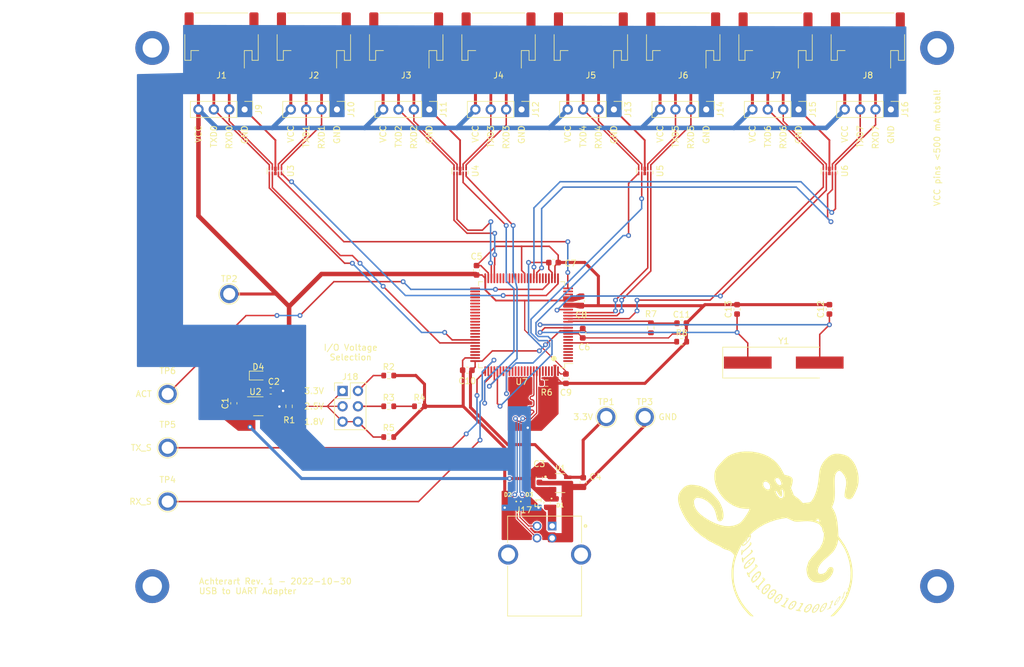
<source format=kicad_pcb>
(kicad_pcb (version 20211014) (generator pcbnew)
  (title_block (title "achterart PCB") (date "2022-10-30") (rev "1") (company "Pandu's Wares") (comment 4 "AISLER Project ID: SHKGQADP"))
  (layers (0 "F.Cu" signal) (31 "B.Cu" signal) (34 "B.Paste" user) (35 "F.Paste" user) (36 "B.SilkS" user "B.Silkscreen") (37 "F.SilkS" user "F.Silkscreen") (38 "B.Mask" user) (39 "F.Mask" user) (44 "Edge.Cuts" user))
  (net 0 "")
  (net 1 "/VCC_5V")
  (net 2 "/RXD0_C")
  (net 3 "/TXD0_C")
  (net 4 "/RXD1_C")
  (net 5 "/TXD1_C")
  (net 6 "/RXD2_C")
  (net 7 "/TXD2_C")
  (net 8 "/RXD3_C")
  (net 9 "/TXD3_C")
  (net 10 "/RXD4_C")
  (net 11 "/TXD4_C")
  (net 12 "/RXD5_C")
  (net 13 "/TXD5_C")
  (net 14 "/TXD6_C")
  (net 15 "/TXD7_C")
  (net 17 "/TXD0")
  (net 18 "/RXD0")
  (net 19 "/TXD1")
  (net 20 "/RXD1")
  (net 21 "/TXD2")
  (net 22 "/RXD2")
  (net 23 "/TXD3")
  (net 24 "/RXD3")
  (net 25 "/TXD4")
  (net 26 "/RXD4")
  (net 27 "/TXD5")
  (net 28 "/RXD5")
  (net 29 "/TXD6")
  (net 30 "/RXD6")
  (net 31 "/TXD7")
  (net 32 "/RXD7")
  (net 33 "/RXD7_C")
  (net 34 "/RXD6_C")
  (net 36 "Net-(J18-Pad2)")
  (net 37 "Net-(J18-Pad4)")
  (net 38 "/CH348L Sheet/RESET")
  (net 39 "Net-(R3-Pad2)")
  (net 40 "/FB")
  (net 41 "GND")
  (net 42 "VCC_IO")
  (net 43 "VCC_3V3")
  (net 44 "/USB_D-")
  (net 45 "/USB_D+")
  (net 52 "Net-(R6-Pad1)")
  (net 55 "Net-(R8-Pad1)")
  (net 56 "/CH348L Sheet/XI")
  (net 57 "/CH348L Sheet/XO")
  (net 109 "/VBUS")
  (net 110 "/CH348L Sheet/RX_S")
  (net 111 "/CH348L Sheet/TX_S")
  (net 112 "/CH348L Sheet/ACT")
  (footprint "TestPoint:TestPoint_Plated_Hole_D2.0mm" (layer "F.Cu") (at 66.04 143.51 90)
    (fp_text reference "TP4")
    (fp_text value "TestPoint")
  )
  (footprint "Capacitor_SMD:C_0603_1608Metric" (layer "F.Cu") (at 175.26 111.76 90)
    (fp_text reference "C12")
    (fp_text value "22pF")
  )
  (footprint "ESD321DPYR:DIO_TPD1E05U06DPYR" (layer "F.Cu") (at 130.802 143.002)
    (fp_text reference locked "D1")
    (fp_text value "TPD1E10B06DPYR")
  )
  (footprint "Connector_PinHeader_2.54mm:PinHeader_1x04_P2.54mm_Vertical" (layer "F.Cu") (at 124.45 78.74 -90)
    (fp_text reference "J12")
    (fp_text value "PH1-04-UA")
  )
  (footprint "Connector_JST:JST_PH_S4B-PH-SM4-TB_1x04-1MP_P2.00mm_Horizontal" (layer "F.Cu") (at 105.41 67.31 180)
    (fp_text reference "J3")
    (fp_text value "S4B-PH-SM4-TB(LF)(SN)")
  )
  (footprint "Capacitor_SMD:C_0603_1608Metric" (layer "F.Cu") (at 131.771 123.206 90)
    (fp_text reference "C9")
    (fp_text value "0.1µF")
  )
  (footprint "Capacitor_SMD:C_0603_1608Metric" (layer "F.Cu") (at 115.496 121.812)
    (fp_text reference "C10")
    (fp_text value "0.1µF")
  )
  (footprint "Capacitor_SMD:C_0603_1608Metric" (layer "F.Cu") (at 134.62 140.335 -90)
    (fp_text reference "C4")
    (fp_text value "10µF")
  )
  (footprint "Connector_PinHeader_2.54mm:PinHeader_1x04_P2.54mm_Vertical" (layer "F.Cu") (at 139.69 78.74 -90)
    (fp_text reference "J13")
    (fp_text value "PH1-04-UA")
  )
  (footprint "TestPoint:TestPoint_Plated_Hole_D2.0mm" (layer "F.Cu") (at 76.2 109.22)
    (fp_text reference "TP2")
    (fp_text value "TestPoint")
  )
  (footprint "MountingHole:MountingHole_3.2mm_M3_DIN965_Pad" (layer "F.Cu") (at 193.04 157.48)
    (fp_text reference "REF**" hide)
    (fp_text value "MountingHole_3.2mm_M3_DIN965_Pad")
  )
  (footprint "ESD321DPYR:DIO_TPD1E05U06DPYR" (layer "F.Cu") (at 122.174 143.495751 180)
    (fp_text reference "D2")
    (fp_text value "ESD321DPYR")
  )
  (footprint "Connector_JST:JST_PH_S4B-PH-SM4-TB_1x04-1MP_P2.00mm_Horizontal" (layer "F.Cu") (at 74.93 67.31 180)
    (fp_text reference "J1")
    (fp_text value "S4B-PH-SM4-TB(LF)(SN)")
  )
  (footprint "Capacitor_SMD:C_0603_1608Metric" (layer "F.Cu") (at 134.546 115.703 90)
    (fp_text reference "C6")
    (fp_text value "0.1µF")
  )
  (footprint "Connector_JST:JST_PH_S4B-PH-SM4-TB_1x04-1MP_P2.00mm_Horizontal" (layer "F.Cu") (at 181.61 67.31 180)
    (fp_text reference "J8")
    (fp_text value "S4B-PH-SM4-TB(LF)(SN)")
  )
  (footprint "Capacitor_SMD:C_0603_1608Metric" (layer "F.Cu") (at 150.876 114.046)
    (fp_text reference "C11")
    (fp_text value "0.1µF")
  )
  (footprint "Connector_PinHeader_2.54mm:PinHeader_1x04_P2.54mm_Vertical" (layer "F.Cu") (at 93.98 78.74 -90)
    (fp_text reference "J10")
    (fp_text value "PH1-04-UA")
  )
  (footprint "Diode_SMD:D_0603_1608Metric" (layer "F.Cu") (at 81 122.692)
    (fp_text reference "D4")
    (fp_text value "CD0603-B0340R")
  )
  (footprint "Capacitor_SMD:C_0603_1608Metric" (layer "F.Cu") (at 129.72 104.032 180)
    (fp_text reference "C7")
    (fp_text value "0.1µF")
  )
  (footprint "Resistor_SMD:R_0603_1608Metric" (layer "F.Cu") (at 128.587 123.952)
    (fp_text reference "R6")
    (fp_text value "4.7k")
  )
  (footprint "ESD321DPYR:DIO_TPD1E05U06DPYR" (layer "F.Cu") (at 125.73 143.495751)
    (fp_text reference "D3")
    (fp_text value "ESD321DPYR")
  )
  (footprint "Connector_JST:JST_PH_S4B-PH-SM4-TB_1x04-1MP_P2.00mm_Horizontal" (layer "F.Cu") (at 151.13 67.31 180)
    (fp_text reference "J6")
    (fp_text value "S4B-PH-SM4-TB(LF)(SN)")
  )
  (footprint "Package_DFN_QFN:Diodes_UDFN-10_1.0x2.5mm_P0.5mm" (layer "F.Cu") (at 83.82 88.9 -90)
    (fp_text reference "U3")
    (fp_text value "ESD224DQA")
  )
  (footprint "Resistor_SMD:R_0603_1608Metric" (layer "F.Cu") (at 102.527 122.692)
    (fp_text reference "R2")
    (fp_text value "3.65k")
  )
  (footprint "TestPoint:TestPoint_Plated_Hole_D2.0mm" (layer "F.Cu") (at 66.04 134.62 90)
    (fp_text reference "TP5")
    (fp_text value "TestPoint")
  )
  (footprint "TestPoint:TestPoint_Plated_Hole_D2.0mm" (layer "F.Cu") (at 66.04 125.73 90)
    (fp_text reference "TP6")
    (fp_text value "TestPoint")
  )
  (footprint "Connector_JST:JST_PH_S4B-PH-SM4-TB_1x04-1MP_P2.00mm_Horizontal" (layer "F.Cu") (at 135.89 67.31 180)
    (fp_text reference "J5")
    (fp_text value "S4B-PH-SM4-TB(LF)(SN)")
  )
  (footprint "Resistor_SMD:R_0603_1608Metric" (layer "F.Cu") (at 102.527 132.852)
    (fp_text reference "R5")
    (fp_text value "4.42k")
  )
  (footprint "UJ2-BH-1-TH:CUI_UJ2-BH-1-TH" (layer "F.Cu") (at 129.50075 147.543751)
    (fp_text reference "J17")
    (fp_text value "UJ2-BH-1-TH")
  )
  (footprint "Package_DFN_QFN:Diodes_UDFN-10_1.0x2.5mm_P0.5mm" (layer "F.Cu") (at 144.78 88.9 -90)
    (fp_text reference "U5")
    (fp_text value "ESD224DQA")
  )
  (footprint "Resistor_SMD:R_0603_1608Metric" (layer "F.Cu") (at 150.876 117.094)
    (fp_text reference "R8")
    (fp_text value "4.7k")
  )
  (footprint "Connector_JST:JST_PH_S4B-PH-SM4-TB_1x04-1MP_P2.00mm_Horizontal" (layer "F.Cu") (at 166.37 67.31 180)
    (fp_text reference "J7")
    (fp_text value "S4B-PH-SM4-TB(LF)(SN)")
  )
  (footprint "Fuse:Fuse_0603_1608Metric" (layer "F.Cu") (at 128.651 143.6625 90)
    (fp_text reference "F1")
    (fp_text value "MF-FSML050/8-2")
  )
  (footprint "Resistor_SMD:R_0603_1608Metric" (layer "F.Cu") (at 86.08 127.772 -90)
    (fp_text reference "R1")
    (fp_text value "10k")
  )
  (footprint "MountingHole:MountingHole_3.2mm_M3_DIN965_Pad" (layer "F.Cu") (at 193.04 68.58)
    (fp_text reference "REF**" hide)
    (fp_text value "MountingHole_3.2mm_M3_DIN965_Pad")
  )
  (footprint "Package_DFN_QFN:Diodes_UDFN-10_1.0x2.5mm_P0.5mm" (layer "F.Cu") (at 175.26 88.9 -90)
    (fp_text reference "U6")
    (fp_text value "ESD224DQA")
  )
  (footprint "Resistor_SMD:R_0603_1608Metric" (layer "F.Cu") (at 107.607 127.772)
    (fp_text reference "R4")
    (fp_text value "390")
  )
  (footprint "Connector_JST:JST_PH_S4B-PH-SM4-TB_1x04-1MP_P2.00mm_Horizontal" (layer "F.Cu") (at 90.17 67.31 180)
    (fp_text reference "J2")
    (fp_text value "S4B-PH-SM4-TB(LF)(SN)")
  )
  (footprint "Resistor_SMD:R_0603_1608Metric" (layer "F.Cu") (at 145.796 114.808 90)
    (fp_text reference "R7")
    (fp_text value "4.7k")
  )
  (footprint "MountingHole:MountingHole_3.2mm_M3_DIN965_Pad" (layer "F.Cu") (at 63.5 68.58)
    (fp_text reference "REF**" hide)
    (fp_text value "MountingHole_3.2mm_M3_DIN965_Pad")
  )
  (footprint "Capacitor_SMD:C_0603_1608Metric" (layer "F.Cu") (at 127.381 139.573 -90)
    (fp_text reference "C3")
    (fp_text value "10µF")
  )
  (footprint "Package_TO_SOT_SMD:SOT-23-5" (layer "F.Cu") (at 81 127.772)
    (fp_text reference "U2")
    (fp_text value "TLV75801PDBVT")
  )
  (footprint "LOGO" (layer "F.Cu") (at 166.936248 144.934824)
    (fp_text reference "G***" hide)
    (fp_text value "LOGO" hide)
  )
  (footprint "Capacitor_SMD:C_0603_1608Metric" (layer "F.Cu") (at 83.045 125.232 180)
    (fp_text reference "C2")
    (fp_text value "10µF")
  )
  (footprint "Capacitor_SMD:C_0603_1608Metric" (layer "F.Cu") (at 117.02 105.302 -90)
    (fp_text reference "C5")
    (fp_text value "0.1µF")
  )
  (footprint "Connector_PinHeader_2.54mm:PinHeader_1x04_P2.54mm_Vertical" (layer "F.Cu") (at 185.41 78.74 -90)
    (fp_text reference "J16")
    (fp_text value "PH1-04-UA")
  )
  (footprint "Crystal:Crystal_SMD_HC49-SD_HandSoldering" (layer "F.Cu") (at 167.724 120.55)
    (fp_text reference "Y1")
    (fp_text value "8MHz")
  )
  (footprint "Package_QFP:LQFP-100_14x14mm_P0.5mm" (layer "F.Cu") (at 124.46 114.3 180)
    (fp_text reference "U7")
    (fp_text value "CH348L")
  )
  (footprint "TestPoint:TestPoint_Plated_Hole_D2.0mm" (layer "F.Cu") (at 144.78 129.54)
    (fp_text reference "TP3")
    (fp_text value "TestPoint")
  )
  (footprint "MountingHole:MountingHole_3.2mm_M3_DIN965_Pad" (layer "F.Cu") (at 63.5 157.48)
    (fp_text reference "REF**" hide)
    (fp_text value "MountingHole_3.2mm_M3_DIN965_Pad")
  )
  (footprint "Connector_PinHeader_2.54mm:PinHeader_1x04_P2.54mm_Vertical" (layer "F.Cu") (at 109.22 78.74 -90)
    (fp_text reference "J11")
    (fp_text value "PH1-04-UA")
  )
  (footprint "Package_DFN_QFN:Diodes_UDFN-10_1.0x2.5mm_P0.5mm" (layer "F.Cu") (at 114.3 88.9 -90)
    (fp_text reference "U4")
    (fp_text value "ESD224DQA")
  )
  (footprint "Connector_PinHeader_2.54mm:PinHeader_1x04_P2.54mm_Vertical" (layer "F.Cu") (at 154.93 78.74 -90)
    (fp_text reference "J14")
    (fp_text value "PH1-04-UA")
  )
  (footprint "TestPoint:TestPoint_Plated_Hole_D2.0mm" (layer "F.Cu") (at 138.43 129.54)
    (fp_text reference "TP1")
    (fp_text value "TestPoint")
  )
  (footprint "TLV74033PDBVR:SOT95P280X145-5N" (layer "F.Cu") (at 130.81 140.447751)
    (fp_text reference "U1")
    (fp_text value "TLV74033PDBVR")
  )
  (footprint "Resistor_SMD:R_0603_1608Metric" (layer "F.Cu") (at 102.527 127.772)
    (fp_text reference "R3")
    (fp_text value "7.5k")
  )
  (footprint "Connector_PinHeader_2.54mm:PinHeader_1x04_P2.54mm_Vertical" (layer "F.Cu") (at 170.17 78.74 -90)
    (fp_text reference "J15")
    (fp_text value "PH1-04-UA")
  )
  (footprint "Capacitor_SMD:C_0603_1608Metric" (layer "F.Cu") (at 134.292 110.382 90)
    (fp_text reference "C8")
    (fp_text value "0.1µF")
  )
  (footprint "Connector_JST:JST_PH_S4B-PH-SM4-TB_1x04-1MP_P2.00mm_Horizontal" (layer "F.Cu") (at 120.65 67.31 180)
    (fp_text reference "J4")
    (fp_text value "S4B-PH-SM4-TB(LF)(SN)")
  )
  (footprint "Capacitor_SMD:C_0603_1608Metric" (layer "F.Cu") (at 160.02 111.76 90)
    (fp_text reference "C13")
    (fp_text value "22pF")
  )
  (footprint "Connector_PinHeader_2.54mm:PinHeader_1x04_P2.54mm_Vertical" (layer "F.Cu") (at 78.74 78.74 -90)
    (fp_text reference "J9")
    (fp_text value "PH1-04-UA")
  )
  (footprint "Connector_PinHeader_2.54mm:PinHeader_2x03_P2.54mm_Vertical" (layer "F.Cu") (at 94.907 125.232)
    (fp_text reference "J18")
    (fp_text value "PH2-06-UA")
  )
  (footprint "Capacitor_SMD:C_0603_1608Metric" (layer "F.Cu") (at 76.962 127.277 90)
    (fp_text reference "C1")
    (fp_text value "10µF")
  )
  (gr_circle (center 129.794 119.888) (end 130.15321 119.888) (layer "F.SilkS") (width 0.15) (fill solid))
  (gr_rect (start 58.42 62.23) (end 198.12 162.56) (layer "Edge.Cuts") (width 0.0001) (fill none))
  (gr_text "1.8V" (at 91.922 130.312) (layer "F.SilkS") (effects (font (size 1 1)) (justify right)))
  (gr_text "VCC" (at 132.08 81.28 90) (layer "F.SilkS") (effects (font (size 1 1)) (justify right)))
  (gr_text "RXD2" (at 106.68 81.28 90) (layer "F.SilkS") (effects (font (size 1 1)) (justify right)))
  (gr_text "VCC" (at 177.8 81.28 90) (layer "F.SilkS") (effects (font (size 1 1)) (justify right)))
  (gr_text "RXD0" (at 76.2 81.28 90) (layer "F.SilkS") (effects (font (size 1 1)) (justify right)))
  (gr_text "GND" (at 154.94 81.28 90) (layer "F.SilkS") (effects (font (size 1 1)) (justify right)))
  (gr_text "GND" (at 185.42 81.28 90) (layer "F.SilkS") (effects (font (size 1 1)) (justify right)))
  (gr_text "RXD1" (at 91.44 81.28 90) (layer "F.SilkS") (effects (font (size 1 1)) (justify right)))
  (gr_text "VCC" (at 86.36 81.28 90) (layer "F.SilkS") (effects (font (size 1 1)) (justify right)))
  (gr_text "VCC" (at 147.32 81.28 90) (layer "F.SilkS") (effects (font (size 1 1)) (justify right)))
  (gr_text "RXD5" (at 152.4 81.28 90) (layer "F.SilkS") (effects (font (size 1 1)) (justify right)))
  (gr_text "VCC" (at 162.56 81.28 90) (layer "F.SilkS") (effects (font (size 1 1)) (justify right)))
  (gr_text "GND" (at 93.98 81.28 90) (layer "F.SilkS") (effects (font (size 1 1)) (justify right)))
  (gr_text "TXD6" (at 165.1 81.28 90) (layer "F.SilkS") (effects (font (size 1 1)) (justify right)))
  (gr_text "RXD7" (at 182.88 81.28 90) (layer "F.SilkS") (effects (font (size 1 1)) (justify right)))
  (gr_text "GND" (at 109.22 81.28 90) (layer "F.SilkS") (effects (font (size 1 1)) (justify right)))
  (gr_text "GND" (at 124.46 81.28 90) (layer "F.SilkS") (effects (font (size 1 1)) (justify right)))
  (gr_text "TXD7" (at 180.34 81.28 90) (layer "F.SilkS") (effects (font (size 1 1)) (justify right)))
  (gr_text "VCC" (at 101.6 81.28 90) (layer "F.SilkS") (effects (font (size 1 1)) (justify right)))
  (gr_text "Achterart Rev. ${REVISION} - ${ISSUE_DATE}\nUSB to UART Adapter" (at 71.12 157.48) (layer "F.SilkS") (effects (font (size 1 1)) (justify left)))
  (gr_text "VCC" (at 71.12 81.28 90) (layer "F.SilkS") (effects (font (size 1 1)) (justify right)))
  (gr_text "TXD5" (at 149.86 81.28 90) (layer "F.SilkS") (effects (font (size 1 1)) (justify right)))
  (gr_text "ACT" (at 63.5 125.73) (layer "F.SilkS") (effects (font (size 1 1)) (justify right)))
  (gr_text "VCC pins <500 mA total!" (at 193.04 85.09 90) (layer "F.SilkS") (effects (font (size 1 1))))
  (gr_text "I/O Voltage\nSelection" (at 96.24 118.872) (layer "F.SilkS") (effects (font (size 1 1))))
  (gr_text "GND" (at 170.18 81.28 90) (layer "F.SilkS") (effects (font (size 1 1)) (justify right)))
  (gr_text "RXD3" (at 121.92 81.28 90) (layer "F.SilkS") (effects (font (size 1 1)) (justify right)))
  (gr_text "TXD3" (at 119.38 81.28 90) (layer "F.SilkS") (effects (font (size 1 1)) (justify right)))
  (gr_text "GND" (at 139.7 81.28 90) (layer "F.SilkS") (effects (font (size 1 1)) (justify right)))
  (gr_text "RXD4" (at 137.16 81.28 90) (layer "F.SilkS") (effects (font (size 1 1)) (justify right)))
  (gr_text "VCC" (at 116.84 81.28 90) (layer "F.SilkS") (effects (font (size 1 1)) (justify right)))
  (gr_text "GND" (at 148.59 129.54) (layer "F.SilkS") (effects (font (size 1 1))))
  (gr_text "3.3V" (at 91.922 125.232) (layer "F.SilkS") (effects (font (size 1 1)) (justify right)))
  (gr_text "TXD0" (at 73.66 81.28 90) (layer "F.SilkS") (effects (font (size 1 1)) (justify right)))
  (gr_text "RX_S" (at 63.5 143.51) (layer "F.SilkS") (effects (font (size 1 1)) (justify right)))
  (gr_text "2.5V" (at 91.922 127.772) (layer "F.SilkS") (effects (font (size 1 1)) (justify right)))
  (gr_text "RXD6" (at 167.64 81.28 90) (layer "F.SilkS") (effects (font (size 1 1)) (justify right)))
  (gr_text "TXD4" (at 134.62 81.28 90) (layer "F.SilkS") (effects (font (size 1 1)) (justify right)))
  (gr_text "TXD1" (at 88.9 81.28 90) (layer "F.SilkS") (effects (font (size 1 1)) (justify right)))
  (gr_text "GND" (at 78.74 81.28 90) (layer "F.SilkS") (effects (font (size 1 1)) (justify right)))
  (gr_text "TX_S" (at 63.5 134.62) (layer "F.SilkS") (effects (font (size 1 1)) (justify right)))
  (gr_text "3.3V" (at 134.62 129.54) (layer "F.SilkS") (effects (font (size 1 1))))
  (gr_text "TXD2" (at 104.14 81.28 90) (layer "F.SilkS") (effects (font (size 1 1)) (justify right)))
  (segment (start 122.4735 139.7) (end 126.238 139.7) (width 0.5) (layer "F.Cu") (net 1))
  (segment (start 77.002 126.822) (end 76.682 126.502) (width 0.5) (layer "F.Cu") (net 1))
  (via (at 79.629 131.191) (size 0.8) (drill 0.4) (layers "F.Cu" "B.Cu") (net 1))
  (via (at 122.4735 139.7) (size 0.8) (drill 0.4) (layers "F.Cu" "B.Cu") (net 1))
  (segment (start 122.4735 139.7) (end 88.138 139.7) (width 0.5) (layer "B.Cu") (net 1))
  (segment (start 88.138 139.7) (end 79.629 131.191) (width 0.5) (layer "B.Cu") (net 1))
  (segment (start 83.32 88.5125) (end 83.32 87.7904) (width 0.25) (layer "F.Cu") (net 2))
  (segment (start 76.2 80.6704) (end 76.2 78.74) (width 0.25) (layer "F.Cu") (net 2))
  (segment (start 76.2 78.74) (end 76.2 70.43) (width 0.45) (layer "F.Cu") (net 2))
  (segment (start 83.32 87.7904) (end 76.2 80.6704) (width 0.25) (layer "F.Cu") (net 2))
  (segment (start 76.2 70.43) (end 75.93 70.16) (width 0.45) (layer "F.Cu") (net 2))
  (segment (start 82.82 88.5125) (end 82.82 87.9) (width 0.25) (layer "F.Cu") (net 3))
  (segment (start 73.66 78.74) (end 73.66 70.43) (width 0.45) (layer "F.Cu") (net 3))
  (segment (start 82.82 87.9) (end 73.66 78.74) (width 0.25) (layer "F.Cu") (net 3))
  (segment (start 73.66 70.43) (end 73.93 70.16) (width 0.45) (layer "F.Cu") (net 3))
  (segment (start 91.44 81.28) (end 91.44 78.74) (width 0.25) (layer "F.Cu") (net 4))
  (segment (start 84.82 88.5125) (end 84.82 87.9) (width 0.25) (layer "F.Cu") (net 4))
  (segment (start 91.44 70.505) (end 91.17 70.235) (width 0.45) (layer "F.Cu") (net 4))
  (segment (start 91.44 78.815) (end 91.44 70.505) (width 0.45) (layer "F.Cu") (net 4))
  (segment (start 84.82 87.9) (end 91.44 81.28) (width 0.25) (layer "F.Cu") (net 4))
  (segment (start 84.32 87.765) (end 88.9 83.185) (width 0.25) (layer "F.Cu") (net 5))
  (segment (start 88.9 83.185) (end 88.9 78.74) (width 0.25) (layer "F.Cu") (net 5))
  (segment (start 88.9 70.505) (end 89.17 70.235) (width 0.45) (layer "F.Cu") (net 5))
  (segment (start 88.9 78.815) (end 88.9 70.505) (width 0.45) (layer "F.Cu") (net 5))
  (segment (start 84.32 88.5125) (end 84.32 87.765) (width 0.25) (layer "F.Cu") (net 5))
  (segment (start 106.68 78.815) (end 106.68 70.505) (width 0.45) (layer "F.Cu") (net 6))
  (segment (start 113.8 87.7904) (end 106.68 80.6704) (width 0.25) (layer "F.Cu") (net 6))
  (segment (start 113.8 88.5125) (end 113.8 87.7904) (width 0.25) (layer "F.Cu") (net 6))
  (segment (start 106.68 70.505) (end 106.41 70.235) (width 0.45) (layer "F.Cu") (net 6))
  (segment (start 106.68 80.6704) (end 106.68 78.74) (width 0.25) (layer "F.Cu") (net 6))
  (segment (start 113.3 87.9) (end 104.14 78.74) (width 0.25) (layer "F.Cu") (net 7))
  (segment (start 113.3 88.5125) (end 113.3 87.9) (width 0.25) (layer "F.Cu") (net 7))
  (segment (start 104.14 70.505) (end 104.41 70.235) (width 0.45) (layer "F.Cu") (net 7))
  (segment (start 104.14 78.815) (end 104.14 70.505) (width 0.45) (layer "F.Cu") (net 7))
  (segment (start 121.92 81.28) (end 121.92 78.74) (width 0.25) (layer "F.Cu") (net 8))
  (segment (start 115.3 87.9) (end 121.92 81.28) (width 0.25) (layer "F.Cu") (net 8))
  (segment (start 115.3 88.5125) (end 115.3 87.9) (width 0.25) (layer "F.Cu") (net 8))
  (segment (start 121.92 70.505) (end 121.65 70.235) (width 0.45) (layer "F.Cu") (net 8))
  (segment (start 121.92 78.815) (end 121.92 70.505) (width 0.45) (layer "F.Cu") (net 8))
  (segment (start 114.8 88.5125) (end 114.8 87.765) (width 0.25) (layer "F.Cu") (net 9))
  (segment (start 119.38 70.505) (end 119.65 70.235) (width 0.45) (layer "F.Cu") (net 9))
  (segment (start 114.8 87.765) (end 119.38 83.185) (width 0.25) (layer "F.Cu") (net 9))
  (segment (start 119.38 78.815) (end 119.38 70.505) (width 0.45) (layer "F.Cu") (net 9))
  (segment (start 119.38 83.185) (end 119.38 78.74) (width 0.25) (layer "F.Cu") (net 9))
  (segment (start 137.16 78.815) (end 137.16 70.505) (width 0.45) (layer "F.Cu") (net 10))
  (segment (start 144.28 87.7904) (end 137.16 80.6704) (width 0.25) (layer "F.Cu") (net 10))
  (segment (start 137.16 80.6704) (end 137.16 78.74) (width 0.25) (layer "F.Cu") (net 10))
  (segment (start 144.28 88.5125) (end 144.28 87.7904) (width 0.25) (layer "F.Cu") (net 10))
  (segment (start 137.16 70.505) (end 136.89 70.235) (width 0.45) (layer "F.Cu") (net 10))
  (segment (start 134.62 78.815) (end 134.62 70.505) (width 0.45) (layer "F.Cu") (net 11))
  (segment (start 143.78 87.9) (end 134.62 78.74) (width 0.25) (layer "F.Cu") (net 11))
  (segment (start 134.62 70.505) (end 134.89 70.235) (width 0.45) (layer "F.Cu") (net 11))
  (segment (start 143.78 88.5125) (end 143.78 87.9) (width 0.25) (layer "F.Cu") (net 11))
  (segment (start 152.4 81.28) (end 152.4 78.74) (width 0.25) (layer "F.Cu") (net 12))
  (segment (start 152.39 78.74) (end 152.39 70.43) (width 0.45) (layer "F.Cu") (net 12))
  (segment (start 145.78 88.5125) (end 145.78 87.9) (width 0.25) (layer "F.Cu") (net 12))
  (segment (start 145.78 87.9) (end 152.4 81.28) (width 0.25) (layer "F.Cu") (net 12))
  (segment (start 152.39 70.43) (end 152.12 70.16) (width 0.45) (layer "F.Cu") (net 12))
  (segment (start 149.86 83.185) (end 149.86 78.74) (width 0.25) (layer "F.Cu") (net 13))
  (segment (start 149.85 78.74) (end 149.85 70.43) (width 0.45) (layer "F.Cu") (net 13))
  (segment (start 145.28 87.765) (end 149.86 83.185) (width 0.25) (layer "F.Cu") (net 13))
  (segment (start 145.28 88.5125) (end 145.28 87.765) (width 0.25) (layer "F.Cu") (net 13))
  (segment (start 149.85 70.43) (end 150.12 70.16) (width 0.45) (layer "F.Cu") (net 13))
  (segment (start 165.09 78.74) (end 165.09 70.43) (width 0.45) (layer "F.Cu") (net 14))
  (segment (start 165.09 70.43) (end 165.36 70.16) (width 0.45) (layer "F.Cu") (net 14))
  (segment (start 174.26 87.9) (end 165.1 78.74) (width 0.25) (layer "F.Cu") (net 14))
  (segment (start 174.26 88.5125) (end 174.26 87.9) (width 0.25) (layer "F.Cu") (net 14))
  (segment (start 175.76 88.5125) (end 175.76 87.765) (width 0.25) (layer "F.Cu") (net 15))
  (segment (start 175.76 87.765) (end 180.34 83.185) (width 0.25) (layer "F.Cu") (net 15))
  (segment (start 180.33 78.74) (end 180.33 70.43) (width 0.45) (layer "F.Cu") (net 15))
  (segment (start 180.33 70.43) (end 180.6 70.16) (width 0.45) (layer "F.Cu") (net 15))
  (segment (start 180.34 83.185) (end 180.34 78.74) (width 0.25) (layer "F.Cu") (net 15))
  (segment (start 112.99 116.8) (end 116.785 116.8) (width 0.25) (layer "F.Cu") (net 17))
  (segment (start 82.82 89.2875) (end 82.82 91.71) (width 0.25) (layer "F.Cu") (net 17))
  (segment (start 82.82 91.71) (end 95.25 104.14) (width 0.25) (layer "F.Cu") (net 17))
  (segment (start 95.25 104.14) (end 96.52 104.14) (width 0.25) (layer "F.Cu") (net 17))
  (segment (start 111.76 115.57) (end 112.99 116.8) (width 0.25) (layer "F.Cu") (net 17))
  (via (at 111.76 115.57) (size 0.8) (drill 0.4) (layers "F.Cu" "B.Cu") (net 17))
  (via (at 96.52 104.14) (size 0.8) (drill 0.4) (layers "F.Cu" "B.Cu") (net 17))
  (segment (start 107.95 115.57) (end 111.76 115.57) (width 0.25) (layer "B.Cu") (net 17))
  (segment (start 96.52 104.14) (end 107.95 115.57) (width 0.25) (layer "B.Cu") (net 17))
  (segment (start 110.95 117.3) (end 116.785 117.3) (width 0.25) (layer "F.Cu") (net 18))
  (segment (start 83.32 89.2875) (end 83.32 91.644314) (width 0.25) (layer "F.Cu") (net 18))
  (segment (start 94.545686 102.87) (end 96.52 102.87) (width 0.25) (layer "F.Cu") (net 18))
  (segment (start 83.32 91.644314) (end 94.545686 102.87) (width 0.25) (layer "F.Cu") (net 18))
  (segment (start 96.52 102.87) (end 97.79 104.14) (width 0.25) (layer "F.Cu") (net 18))
  (segment (start 101.6 107.95) (end 110.95 117.3) (width 0.25) (layer "F.Cu") (net 18))
  (via (at 101.6 107.95) (size 0.8) (drill 0.4) (layers "F.Cu" "B.Cu") (net 18))
  (via (at 97.79 104.14) (size 0.8) (drill 0.4) (layers "F.Cu" "B.Cu") (net 18))
  (segment (start 101.6 107.95) (end 97.79 104.14) (width 0.25) (layer "B.Cu") (net 18))
  (segment (start 84.32 89.2875) (end 84.32 89.781) (width 0.25) (layer "F.Cu") (net 19))
  (segment (start 84.32 89.781) (end 91.059 96.52) (width 0.25) (layer "F.Cu") (net 19))
  (segment (start 95.123 100.584) (end 132.08 100.584) (width 0.25) (layer "F.Cu") (net 19))
  (segment (start 132.08 105.664) (end 132.08 108.245) (width 0.25) (layer "F.Cu") (net 19))
  (segment (start 132.08 108.245) (end 132.135 108.3) (width 0.25) (layer "F.Cu") (net 19))
  (segment (start 91.059 96.52) (end 95.123 100.584) (width 0.25) (layer "F.Cu") (net 19))
  (via (at 132.08 105.664) (size 0.8) (drill 0.4) (layers "F.Cu" "B.Cu") (net 19))
  (via (at 132.08 100.584) (size 0.8) (drill 0.4) (layers "F.Cu" "B.Cu") (net 19))
  (segment (start 132.08 100.584) (end 132.08 105.664) (width 0.25) (layer "B.Cu") (net 19))
  (segment (start 86.487 90.678) (end 86.2105 90.678) (width 0.25) (layer "F.Cu") (net 20))
  (segment (start 130.46 107.538) (end 130.46 106.625) (width 0.25) (layer "F.Cu") (net 20))
  (segment (start 128.524 109.474) (end 130.46 107.538) (width 0.25) (layer "F.Cu") (net 20))
  (segment (start 86.2105 90.678) (end 84.82 89.2875) (width 0.25) (layer "F.Cu") (net 20))
  (segment (start 121.412 109.474) (end 128.524 109.474) (width 0.25) (layer "F.Cu") (net 20))
  (via (at 121.412 109.474) (size 0.8) (drill 0.4) (layers "F.Cu" "B.Cu") (net 20))
  (via (at 86.487 90.678) (size 0.8) (drill 0.4) (layers "F.Cu" "B.Cu") (net 20))
  (segment (start 105.283 109.474) (end 86.487 90.678) (width 0.25) (layer "B.Cu") (net 20))
  (segment (start 121.412 109.474) (end 105.283 109.474) (width 0.25) (layer "B.Cu") (net 20))
  (segment (start 115.443 99.187) (end 120.015 99.187) (width 0.25) (layer "F.Cu") (net 21))
  (segment (start 119.96 106.625) (end 119.96 104.449) (width 0.25) (layer "F.Cu") (net 21))
  (segment (start 120.015 104.394) (end 120.015 102.743) (width 0.25) (layer "F.Cu") (net 21))
  (segment (start 113.3 97.044) (end 115.443 99.187) (width 0.25) (layer "F.Cu") (net 21))
  (segment (start 119.96 104.449) (end 120.015 104.394) (width 0.25) (layer "F.Cu") (net 21))
  (segment (start 113.3 89.2875) (end 113.3 97.044) (width 0.25) (layer "F.Cu") (net 21))
  (via (at 120.015 102.743) (size 0.8) (drill 0.4) (layers "F.Cu" "B.Cu") (net 21))
  (via (at 120.015 99.187) (size 0.8) (drill 0.4) (layers "F.Cu" "B.Cu") (net 21))
  (segment (start 120.015 99.187) (end 120.015 102.743) (width 0.25) (layer "B.Cu") (net 21))
  (segment (start 113.8 89.2875) (end 113.8 96.909) (width 0.25) (layer "F.Cu") (net 22))
  (segment (start 119.46 106.625) (end 119.46 104.22) (width 0.25) (layer "F.Cu") (net 22))
  (segment (start 119.46 104.22) (end 119.34 104.1) (width 0.25) (layer "F.Cu") (net 22))
  (segment (start 115.57 98.679) (end 117.983 98.679) (width 0.25) (layer "F.Cu") (net 22))
  (segment (start 113.8 96.909) (end 115.57 98.679) (width 0.25) (layer "F.Cu") (net 22))
  (segment (start 117.983 98.679) (end 119.38 97.282) (width 0.25) (layer "F.Cu") (net 22))
  (via (at 119.38 97.282) (size 0.8) (drill 0.4) (layers "F.Cu" "B.Cu") (net 22))
  (via (at 119.34 104.1) (size 0.8) (drill 0.4) (layers "F.Cu" "B.Cu") (net 22))
  (segment (start 119.38 97.282) (end 119.34 97.322) (width 0.25) (layer "B.Cu") (net 22))
  (segment (start 119.34 97.322) (end 119.34 104.1) (width 0.25) (layer "B.Cu") (net 22))
  (segment (start 118.364 127.254) (end 118.364 123.865975) (width 0.25) (layer "F.Cu") (net 23))
  (segment (start 119.46 122.769975) (end 119.46 121.975) (width 0.25) (layer "F.Cu") (net 23))
  (segment (start 114.8 89.2875) (end 114.8 90.797) (width 0.25) (layer "F.Cu") (net 23))
  (segment (start 118.364 123.865975) (end 119.46 122.769975) (width 0.25) (layer "F.Cu") (net 23))
  (segment (start 114.8 90.797) (end 121.92 97.917) (width 0.25) (layer "F.Cu") (net 23))
  (via (at 118.364 127.254) (size 0.8) (drill 0.4) (layers "F.Cu" "B.Cu") (net 23))
  (via (at 121.92 97.917) (size 0.8) (drill 0.4) (layers "F.Cu" "B.Cu") (net 23))
  (segment (start 123.19 108.331) (end 123.19 118.745) (width 0.25) (layer "B.Cu") (net 23))
  (segment (start 123.063 118.872) (end 118.364 123.571) (width 0.25) (layer "B.Cu") (net 23))
  (segment (start 121.92 97.917) (end 121.92 107.061) (width 0.25) (layer "B.Cu") (net 23))
  (segment (start 123.19 118.745) (end 123.063 118.872) (width 0.25) (layer "B.Cu") (net 23))
  (segment (start 118.364 123.571) (end 118.364 127.254) (width 0.25) (layer "B.Cu") (net 23))
  (segment (start 121.92 107.061) (end 123.19 108.331) (width 0.25) (layer "B.Cu") (net 23))
  (segment (start 123.063 97.917) (end 115.3 89.773) (width 0.25) (layer "F.Cu") (net 24))
  (segment (start 119.126 124.46) (end 119.96 123.626) (width 0.25) (layer "F.Cu") (net 24))
  (segment (start 115.3 89.773) (end 115.3 89.2875) (width 0.25) (layer "F.Cu") (net 24))
  (segment (start 119.96 123.626) (end 119.96 121.975) (width 0.25) (layer "F.Cu") (net 24))
  (via (at 119.126 124.46) (size 0.8) (drill 0.4) (layers "F.Cu" "B.Cu") (net 24))
  (via (at 123.063 97.917) (size 0.8) (drill 0.4) (layers "F.Cu" "B.Cu") (net 24))
  (segment (start 123.698 108.204) (end 123.063 105.537) (width 0.25) (layer "B.Cu") (net 24))
  (segment (start 123.698 119.888) (end 123.698 108.204) (width 0.25) (layer "B.Cu") (net 24))
  (segment (start 123.063 105.537) (end 123.063 97.917) (width 0.25) (layer "B.Cu") (net 24))
  (segment (start 119.126 124.46) (end 123.698 119.888) (width 0.25) (layer "B.Cu") (net 24))
  (segment (start 120.46 121.975) (end 120.46 127.318) (width 0.25) (layer "F.Cu") (net 25))
  (segment (start 142.113 90.9545) (end 143.78 89.2875) (width 0.25) (layer "F.Cu") (net 25))
  (segment (start 142.113 99.568) (end 142.113 90.9545) (width 0.25) (layer "F.Cu") (net 25))
  (segment (start 120.46 127.318) (end 120.904 127.762) (width 0.25) (layer "F.Cu") (net 25))
  (via (at 120.904 127.762) (size 0.8) (drill 0.4) (layers "F.Cu" "B.Cu") (net 25))
  (via (at 142.113 99.568) (size 0.8) (drill 0.4) (layers "F.Cu" "B.Cu") (net 25))
  (segment (start 126.833 113.959) (end 141.224 99.568) (width 0.25) (layer "B.Cu") (net 25))
  (segment (start 126.833 115.849595) (end 126.833 113.959) (width 0.25) (layer "B.Cu") (net 25))
  (segment (start 120.904 127.762) (end 129.472 119.194) (width 0.25) (layer "B.Cu") (net 25))
  (segment (start 129.472 119.194) (end 129.472 116.899) (width 0.25) (layer "B.Cu") (net 25))
  (segment (start 128.818 116.245) (end 127.228405 116.245) (width 0.25) (layer "B.Cu") (net 25))
  (segment (start 127.228405 116.245) (end 126.833 115.849595) (width 0.25) (layer "B.Cu") (net 25))
  (segment (start 141.224 99.568) (end 142.113 99.568) (width 0.25) (layer "B.Cu") (net 25))
  (segment (start 129.472 116.899) (end 128.818 116.245) (width 0.25) (layer "B.Cu") (net 25))
  (segment (start 121.96 121.975) (end 121.96 125.69) (width 0.25) (layer "F.Cu") (net 26))
  (segment (start 144.272 93.472) (end 144.28 93.464) (width 0.25) (layer "F.Cu") (net 26))
  (segment (start 144.28 93.464) (end 144.28 89.2875) (width 0.25) (layer "F.Cu") (net 26))
  (via (at 121.96 125.69) (size 0.8) (drill 0.4) (layers "F.Cu" "B.Cu") (net 26))
  (via (at 144.272 93.472) (size 0.8) (drill 0.4) (layers "F.Cu" "B.Cu") (net 26))
  (segment (start 144.272 93.472) (end 144.272 95.123) (width 0.25) (layer "B.Cu") (net 26))
  (segment (start 126.338252 120.615343) (end 123.536343 120.615343) (width 0.25) (layer "B.Cu") (net 26))
  (segment (start 128.676595 116.927) (end 129.072 117.322405) (width 0.25) (layer "B.Cu") (net 26))
  (segment (start 121.96 122.191686) (end 121.96 125.69) (width 0.25) (layer "B.Cu") (net 26))
  (segment (start 129.072 117.881595) (end 126.338252 120.615343) (width 0.25) (layer "B.Cu") (net 26))
  (segment (start 126.003 115.658314) (end 127.271686 116.927) (width 0.25) (layer "B.Cu") (net 26))
  (segment (start 127.271686 116.927) (end 128.676595 116.927) (width 0.25) (layer "B.Cu") (net 26))
  (segment (start 123.536343 120.615343) (end 121.96 122.191686) (width 0.25) (layer "B.Cu") (net 26))
  (segment (start 129.072 117.322405) (end 129.072 117.881595) (width 0.25) (layer "B.Cu") (net 26))
  (segment (start 126.003 113.392) (end 126.003 115.658314) (width 0.25) (layer "B.Cu") (net 26))
  (segment (start 144.272 95.123) (end 126.003 113.392) (width 0.25) (layer "B.Cu") (net 26))
  (segment (start 145.28 89.2875) (end 145.28 104.91) (width 0.25) (layer "F.Cu") (net 27))
  (segment (start 132.135 112.3) (end 139.668 112.3) (width 0.25) (layer "F.Cu") (net 27))
  (segment (start 145.28 104.91) (end 139.954 110.236) (width 0.25) (layer "F.Cu") (net 27))
  (segment (start 139.668 112.3) (end 139.954 112.014) (width 0.25) (layer "F.Cu") (net 27))
  (via (at 139.954 110.236) (size 0.8) (drill 0.4) (layers "F.Cu" "B.Cu") (net 27))
  (via (at 139.954 112.014) (size 0.8) (drill 0.4) (layers "F.Cu" "B.Cu") (net 27))
  (segment (start 139.954 112.014) (end 139.954 110.236) (width 0.25) (layer "B.Cu") (net 27))
  (segment (start 132.135 112.8) (end 140.184 112.8) (width 0.25) (layer "F.Cu") (net 28))
  (segment (start 140.184 112.8) (end 140.97 112.014) (width 0.25) (layer "F.Cu") (net 28))
  (segment (start 145.78 105.426) (end 145.78 89.2875) (width 0.25) (layer "F.Cu") (net 28))
  (segment (start 140.97 110.236) (end 145.78 105.426) (width 0.25) (layer "F.Cu") (net 28))
  (via (at 140.97 110.236) (size 0.8) (drill 0.4) (layers "F.Cu" "B.Cu") (net 28))
  (via (at 140.97 112.014) (size 0.8) (drill 0.4) (layers "F.Cu" "B.Cu") (net 28))
  (segment (start 140.97 112.014) (end 140.97 110.236) (width 0.25) (layer "B.Cu") (net 28))
  (segment (start 142.224 113.3) (end 143.51 112.014) (width 0.25) (layer "F.Cu") (net 29))
  (segment (start 155.575 110.236) (end 143.51 110.236) (width 0.25) (layer "F.Cu") (net 29))
  (segment (start 132.135 113.3) (end 142.224 113.3) (width 0.25) (layer "F.Cu") (net 29))
  (segment (start 174.26 89.2875) (end 174.26 91.551) (width 0.25) (layer "F.Cu") (net 29))
  (segment (start 174.26 91.551) (end 155.575 110.236) (width 0.25) (layer "F.Cu") (net 29))
  (via (at 143.51 110.236) (size 0.8) (drill 0.4) (layers "F.Cu" "B.Cu") (net 29))
  (via (at 143.51 112.014) (size 0.8) (drill 0.4) (layers "F.Cu" "B.Cu") (net 29))
  (segment (start 143.51 112.014) (end 143.51 110.236) (width 0.25) (layer "B.Cu") (net 29))
  (segment (start 132.135 111.8) (end 130.389 111.8) (width 0.25) (layer "F.Cu") (net 30))
  (segment (start 174.752 89.916) (end 174.76 89.908) (width 0.25) (layer "F.Cu") (net 30))
  (segment (start 130.389 111.8) (end 130.302 111.887) (width 0.25) (layer "F.Cu") (net 30))
  (segment (start 174.752 92.075) (end 174.752 89.916) (width 0.25) (layer "F.Cu") (net 30))
  (segment (start 157.266 109.561) (end 174.752 92.075) (width 0.25) (layer "F.Cu") (net 30))
  (segment (start 174.76 89.908) (end 174.76 89.2875) (width 0.25) (layer "F.Cu") (net 30))
  (via (at 130.302 111.887) (size 0.8) (drill 0.4) (layers "F.Cu" "B.Cu") (net 30))
  (via (at 157.266 109.561) (size 0.8) (drill 0.4) (layers "F.Cu" "B.Cu") (net 30))
  (segment (start 132.628 109.561) (end 157.266 109.561) (width 0.25) (layer "B.Cu") (net 30))
  (segment (start 130.302 111.887) (end 132.628 109.561) (width 0.25) (layer "B.Cu") (net 30))
  (segment (start 174.966 96.734) (end 175.514 97.282) (width 0.25) (layer "F.Cu") (net 31))
  (segment (start 175.76 89.2875) (end 175.76 91.956) (width 0.25) (layer "F.Cu") (net 31))
  (segment (start 126.96 106.625) (end 126.96 105.704) (width 0.25) (layer "F.Cu") (net 31))
  (segment (start 174.966 92.75) (end 174.966 96.734) (width 0.25) (layer "F.Cu") (net 31))
  (segment (start 126.96 105.704) (end 127.762 104.902) (width 0.25) (layer "F.Cu") (net 31))
  (segment (start 175.76 91.956) (end 174.966 92.75) (width 0.25) (layer "F.Cu") (net 31))
  (via (at 175.514 97.282) (size 0.8) (drill 0.4) (layers "F.Cu" "B.Cu") (net 31))
  (via (at 127.762 104.902) (size 0.8) (drill 0.4) (layers "F.Cu" "B.Cu") (net 31))
  (segment (start 127.762 104.902) (end 127.762 95.123) (width 0.25) (layer "B.Cu") (net 31))
  (segment (start 127.762 95.123) (end 131.318 91.567) (width 0.25) (layer "B.Cu") (net 31))
  (segment (start 169.799 91.567) (end 175.514 97.282) (width 0.25) (layer "B.Cu") (net 31))
  (segment (start 131.318 91.567) (end 169.799 91.567) (width 0.25) (layer "B.Cu") (net 31))
  (segment (start 126.492 106.593) (end 126.492 104.775) (width 0.25) (layer "F.Cu") (net 32))
  (segment (start 176.26 95.139) (end 176.26 89.2875) (width 0.25) (layer "F.Cu") (net 32))
  (segment (start 175.641 95.758) (end 176.26 95.139) (width 0.25) (layer "F.Cu") (net 32))
  (segment (start 126.46 106.625) (end 126.492 106.593) (width 0.25) (layer "F.Cu") (net 32))
  (via (at 175.641 95.758) (size 0.8) (drill 0.4) (layers "F.Cu" "B.Cu") (net 32))
  (via (at 126.492 104.775) (size 0.8) (drill 0.4) (layers "F.Cu" "B.Cu") (net 32))
  (segment (start 126.492 104.775) (end 126.492 94.996) (width 0.25) (layer "B.Cu") (net 32))
  (segment (start 126.492 94.996) (end 126.873 94.615) (width 0.25) (layer "B.Cu") (net 32))
  (segment (start 170.561 90.678) (end 175.641 95.758) (width 0.25) (layer "B.Cu") (net 32))
  (segment (start 126.873 94.615) (end 130.81 90.678) (width 0.25) (layer "B.Cu") (net 32))
  (segment (start 130.81 90.678) (end 170.561 90.678) (width 0.25) (layer "B.Cu") (net 32))
  (segment (start 182.87 70.43) (end 182.6 70.16) (width 0.45) (layer "F.Cu") (net 33))
  (segment (start 176.26 88.5125) (end 176.26 87.9) (width 0.25) (layer "F.Cu") (net 33))
  (segment (start 182.88 81.28) (end 182.88 78.74) (width 0.25) (layer "F.Cu") (net 33))
  (segment (start 176.26 87.9) (end 182.88 81.28) (width 0.25) (layer "F.Cu") (net 33))
  (segment (start 182.87 78.74) (end 182.87 70.43) (width 0.45) (layer "F.Cu") (net 33))
  (segment (start 174.76 87.7904) (end 167.64 80.6704) (width 0.25) (layer "F.Cu") (net 34))
  (segment (start 167.63 78.74) (end 167.63 70.43) (width 0.45) (layer "F.Cu") (net 34))
  (segment (start 167.63 70.43) (end 167.36 70.16) (width 0.45) (layer "F.Cu") (net 34))
  (segment (start 174.76 88.5125) (end 174.76 87.7904) (width 0.25) (layer "F.Cu") (net 34))
  (segment (start 167.64 80.6704) (end 167.64 78.74) (width 0.25) (layer "F.Cu") (net 34))
  (segment (start 97.447 125.232) (end 99.987 122.692) (width 0.25) (layer "F.Cu") (net 36))
  (segment (start 99.987 122.692) (end 101.702 122.692) (width 0.25) (layer "F.Cu") (net 36))
  (segment (start 97.447 127.772) (end 101.702 127.772) (width 0.25) (layer "F.Cu") (net 37))
  (segment (start 145.538 113.725) (end 145.796 113.983) (width 0.25) (layer "F.Cu") (net 38))
  (segment (start 145.859 114.046) (end 150.101 114.046) (width 0.25) (layer "F.Cu") (net 38))
  (segment (start 132.135 113.8) (end 132.21 113.725) (width 0.25) (layer "F.Cu") (net 38))
  (segment (start 145.796 113.983) (end 145.859 114.046) (width 0.25) (layer "F.Cu") (net 38))
  (segment (start 132.21 113.725) (end 145.538 113.725) (width 0.25) (layer "F.Cu") (net 38))
  (segment (start 103.352 127.772) (end 106.782 127.772) (width 0.25) (layer "F.Cu") (net 39))
  (segment (start 85.955 128.722) (end 86.08 128.597) (width 0.5) (layer "F.Cu") (net 40))
  (segment (start 99.987 132.852) (end 101.702 132.852) (width 0.25) (layer "F.Cu") (net 40))
  (segment (start 82.1375 128.722) (end 85.955 128.722) (width 0.5) (layer "F.Cu") (net 40))
  (segment (start 94.907 130.312) (end 97.447 130.312) (width 0.2) (layer "F.Cu") (net 40))
  (segment (start 91.477 127.772) (end 86.905 127.772) (width 0.2) (layer "F.Cu") (net 40))
  (segment (start 91.477 127.772) (end 94.907 127.772) (width 0.2) (layer "F.Cu") (net 40))
  (segment (start 92.367 127.772) (end 94.907 125.232) (width 0.2) (layer "F.Cu") (net 40))
  (segment (start 86.08 128.597) (end 86.905 127.772) (width 0.2) (layer "F.Cu") (net 40))
  (segment (start 92.367 127.772) (end 94.907 130.312) (width 0.2) (layer "F.Cu") (net 40))
  (segment (start 97.447 130.312) (end 99.987 132.852) (width 0.25) (layer "F.Cu") (net 40))
  (segment (start 91.477 127.772) (end 92.367 127.772) (width 0.2) (layer "F.Cu") (net 40))
  (segment (start 121.666 144.526) (end 121.666 143.503751) (width 0.5) (layer "F.Cu") (net 41))
  (segment (start 118.96 105.759315) (end 117.727685 104.527) (width 0.25) (layer "F.Cu") (net 41))
  (segment (start 144.78 129.54) (end 144.78 130.95) (width 0.5) (layer "F.Cu") (net 41))
  (segment (start 130.495 104.032) (end 129.96 104.567) (width 0.25) (layer "F.Cu") (net 41))
  (segment (start 151.651 117.044) (end 151.701 117.094) (width 0.5) (layer "F.Cu") (net 41))
  (segment (start 175.26 83.82) (end 170.18 78.74) (width 0.3) (layer "F.Cu") (net 41))
  (segment (start 175.26 88.55) (end 175.26 83.82) (width 0.3) (layer "F.Cu") (net 41))
  (segment (start 151.701 117.094) (end 144.814 123.981) (width 0.5) (layer "F.Cu") (net 41))
  (segment (start 144.78 83.82) (end 139.7 78.74) (width 0.3) (layer "F.Cu") (net 41))
  (segment (start 170.17 70.97) (end 169.36 70.16) (width 0.5) (layer "F.Cu") (net 41))
  (segment (start 139.7 78.815) (end 139.7 71.045) (width 0.5) (layer "F.Cu") (net 41))
  (segment (start 106.987 122.692) (end 106.997 122.682) (width 0.5) (layer "F.Cu") (net 41))
  (segment (start 114.3 88.55) (end 114.3 83.82) (width 0.3) (layer "F.Cu") (net 41))
  (segment (start 83.82 89.3125) (end 83.82 88.55) (width 0.3) (layer "F.Cu") (net 41))
  (segment (start 124.46 105.330025) (end 124.46 101.346) (width 0.25) (layer "F.Cu") (net 41))
  (segment (start 114.3 89.3125) (end 114.3 88.55) (width 0.3) (layer "F.Cu") (net 41))
  (segment (start 129.54 124.08) (end 129.412 123.952) (width 0.5) (layer "F.Cu") (net 41))
  (segment (start 124.46 101.346) (end 129.032 101.346) (width 0.25) (layer "F.Cu") (net 41))
  (segment (start 78.74 70.97) (end 77.93 70.16) (width 0.5) (layer "F.Cu") (net 41))
  (segment (start 154.93 70.97) (end 154.12 70.16) (width 0.5) (layer "F.Cu") (net 41))
  (segment (start 121.666 143.503751) (end 121.674 143.495751) (width 0.5) (layer "F.Cu") (net 41))
  (segment (start 151.651 114.046) (end 151.651 115.837) (width 0.5) (layer "F.Cu") (net 41))
  (segment (start 129.96 104.567) (end 129.96 106.625) (width 0.25) (layer "F.Cu") (net 41))
  (segment (start 137.128 111.157) (end 137.128 106.267) (width 0.5) (layer "F.Cu") (net 41))
  (segment (start 137.128 111.157) (end 154.54 111.157) (width 0.5) (layer "F.Cu") (net 41))
  (segment (start 170.17 78.74) (end 170.17 70.97) (width 0.5) (layer "F.Cu") (net 41))
  (segment (start 103.352 122.692) (end 106.987 122.692) (width 0.5) (layer "F.Cu") (net 41))
  (segment (start 175.26 89.3125) (end 175.26 88.55) (width 0.3) (layer "F.Cu") (net 41))
  (segment (start 185.41 70.97) (end 184.6 70.16) (width 0.5) (layer "F.Cu") (net 41))
  (segment (start 129.032 101.346) (end 130.495 102.809) (width 0.25) (layer "F.Cu") (net 41))
  (segment (start 109.22 78.815) (end 109.22 71.045) (width 0.5) (layer "F.Cu") (net 41))
  (segment (start 108.432 127.772) (end 114.818 127.772) (width 0.5) (layer "F.Cu") (net 41))
  (segment (start 109.22 71.045) (end 108.41 70.235) (width 0.5) (layer "F.Cu") (net 41))
  (segment (start 133.868 115.8) (end 134.546 116.478) (width 0.2) (layer "F.Cu") (net 41))
  (segment (start 144.78 88.55) (end 144.78 83.82) (width 0.3) (layer "F.Cu") (net 41))
  (segment (start 93.98 78.815) (end 93.98 71.045) (width 0.5) (layer "F.Cu") (net 41))
  (segment (start 120.201 101.346) (end 124.46 101.346) (width 0.25) (layer "F.Cu") (net 41))
  (segment (start 130.514 104.013) (end 130.495 104.032) (width 0.5) (layer "F.Cu") (net 41))
  (segment (start 116.785 119.8) (end 116.762 119.777) (width 0.25) (layer "F.Cu") (net 41))
  (segment (start 116.762 119.777) (end 115.134 119.777) (width 0.25) (layer "F.Cu") (net 41))
  (segment (start 108.432 124.117) (end 108.432 127.772) (width 0.5) (layer "F.Cu") (net 41))
  (segment (start 93.98 71.045) (end 93.17 70.235) (width 0.5) (layer "F.Cu") (net 41))
  (segment (start 131.771 123.981) (end 131.206381 123.981) (width 0.2) (layer "F.Cu") (net 41))
  (segment (start 103.352 132.852) (end 108.432 127.772) (width 0.5) (layer "F.Cu") (net 41))
  (segment (start 83.82 88.55) (end 83.82 83.82) (width 0.3) (layer "F.Cu") (net 41))
  (segment (start 106.997 122.682) (end 108.432 124.117) (width 0.5) (layer "F.Cu") (net 41))
  (segment (start 131.206381 123.981) (end 129.96 122.734619) (width 0.2) (layer "F.Cu") (net 41))
  (segment (start 85.09 125.222) (end 83.83 125.222) (width 0.5) (layer "F.Cu") (net 41))
  (segment (start 185.41 78.74) (end 185.41 70.97) (width 0.5) (layer "F.Cu") (net 41))
  (segment (start 148.698 116.478) (end 149.339 115.837) (width 0.2) (layer "F.Cu") (net 41))
  (segment (start 128.11475 148.157751) (end 128.11475 145.380501) (width 0.5) (layer "F.Cu") (net 41))
  (segment (start 124.46 71.045) (end 123.65 70.235) (width 0.5) (layer "F.Cu") (net 41))
  (segment (start 128.11475 145.380501) (end 127.257125 144.522875) (width 0.5) (layer "F.Cu") (net 41))
  (segment (start 130.495 102.809) (end 130.495 104.032) (width 0.25) (layer "F.Cu") (net 41))
  (segment (start 129.96 122.734619) (end 129.96 121.975) (width 0.2) (layer "F.Cu") (net 41))
  (segment (start 124.46 78.815) (end 124.46 71.045) (width 0.5) (layer "F.Cu") (net 41))
  (segment (start 83.82 83.82) (end 78.74 78.74) (width 0.3) (layer "F.Cu") (net 41))
  (segment (start 117.727685 104.527) (end 117.02 104.527) (width 0.25) (layer "F.Cu") (net 41))
  (segment (start 132.135 115.8) (end 133.868 115.8) (width 0.2) (layer "F.Cu") (net 41))
  (segment (start 114.818 127.772) (end 114.818 121.909) (width 0.5) (layer "F.Cu") (net 41))
  (segment (start 160.02 110.985) (end 154.712 110.985) (width 0.5) (layer "F.Cu") (net 41))
  (segment (start 151.651 115.837) (end 151.651 117.044) (width 0.5) (layer "F.Cu") (net 41))
  (segment (start 121.674 140.2) (end 121.674 143.495751) (width 0.5) (layer "F.Cu") (net 41))
  (segment (start 134.292 111.157) (end 137.128 111.157) (width 0.5) (layer "F.Cu") (net 41))
  (segment (start 144.78 130.95) (end 134.62 141.11) (width 0.5) (layer "F.Cu") (net 41))
  (segment (start 124.96 105.830025) (end 124.46 105.330025) (width 0.25) (layer "F.Cu") (net 41))
  (segment (start 175.26 110.985) (end 160.02 110.985) (width 0.5) (layer "F.Cu") (net 41))
  (segment (start 114.818 121.909) (end 114.721 121.812) (width 0.5) (layer "F.Cu") (net 41))
  (segment (start 137.128 106.267) (end 134.874 104.013) (width 0.5) (layer "F.Cu") (net 41))
  (segment (start 139.7 71.045) (end 138.89 70.235) (width 0.5) (layer "F.Cu") (net 41))
  (segment (start 121.674 134.628) (end 121.674 140.2) (width 0.5) (layer "F.Cu") (net 41))
  (segment (start 114.721 120.19) (end 114.721 121.812) (width 0.25) (layer "F.Cu") (net 41))
  (segment (start 144.78 89.3125) (end 144.78 88.55) (width 0.3) (layer "F.Cu") (net 41))
  (segment (start 127.257125 144.522875) (end 126.23 143.495751) (width 0.5) (layer "F.Cu") (net 41))
  (segment (start 131.742 123.952) (end 131.771 123.981) (width 0.5) (layer "F.Cu") (net 41))
  (segment (start 124.96 106.625) (end 124.96 105.830025) (width 0.25) (layer "F.Cu") (net 41))
  (segment (start 129.50075 149.543751) (end 128.11475 148.157751) (width 0.5) (layer "F.Cu") (net 41))
  (segment (start 154.54 111.157) (end 154.712 110.985) (width 0.5) (layer "F.Cu") (net 41))
  (segment (start 114.818 127.772) (end 121.674 134.628) (width 0.5) (layer "F.Cu") (net 41))
  (segment (start 134.546 116.478) (end 148.698 116.478) (width 0.2) (layer "F.Cu") (net 41))
  (segment (start 118.96 106.625) (end 118.96 105.759315) (width 0.25) (layer "F.Cu") (net 41))
  (segment (start 83.83 125.222) (end 83.82 125.232) (width 0.5) (layer "F.Cu") (net 41))
  (segment (start 134.874 104.013) (end 130.514 104.013) (width 0.5) (layer "F.Cu") (net 41))
  (segment (start 115.134 119.777) (end 114.721 120.19) (width 0.25) (layer "F.Cu") (net 41))
  (segment (start 144.814 123.981) (end 131.771 123.981) (width 0.5) (layer "F.Cu") (net 41))
  (segment (start 117.02 104.527) (end 120.201 101.346) (width 0.25) (layer "F.Cu") (net 41))
  (segment (start 78.74 78.74) (end 78.74 70.97) (width 0.5) (layer "F.Cu") (net 41))
  (segment (start 154.712 110.985) (end 151.651 114.046) (width 0.5) (layer "F.Cu") (net 41))
  (segment (start 129.412 123.952) (end 131.742 123.952) (width 0.5) (layer "F.Cu") (net 41))
  (segment (start 114.3 83.82) (end 109.22 78.74) (width 0.3) (layer "F.Cu") (net 41))
  (segment (start 154.93 78.74) (end 154.93 70.97) (width 0.5) (layer "F.Cu") (net 41))
  (segment (start 149.339 115.837) (end 151.651 115.837) (width 0.2) (layer "F.Cu") (net 41))
  (via (at 121.666 144.526) (size 0.8) (drill 0.4) (layers "F.Cu" "B.Cu") (net 41))
  (via (at 84.4804 127.8128) (size 0.8) (drill 0.4) (layers "F.Cu" "B.Cu") (net 41))
  (via (at 127.257125 144.522875) (size 0.8) (drill 0.4) (layers "F.Cu" "B.Cu") (net 41))
  (via (at 125.476 131.318) (size 0.8) (drill 0.4) (layers "F.Cu" "B.Cu") (net 41))
  (via (at 85.09 125.222) (size 0.8) (drill 0.4) (layers "F.Cu" "B.Cu") (net 41))
  (segment (start 84.4804 127.8128) (end 84.4804 125.8316) (width 0.5) (layer "B.Cu") (net 41))
  (segment (start 127.257125 144.522875) (end 127.254 144.526) (width 0.5) (layer "B.Cu") (net 41))
  (segment (start 84.4804 125.8316) (end 85.09 125.222) (width 0.5) (layer "B.Cu") (net 41))
  (segment (start 127.254 144.526) (end 121.666 144.526) (width 0.5) (layer "B.Cu") (net 41))
  (segment (start 132.08 78.815) (end 132.08 71.045) (width 0.5) (layer "F.Cu") (net 42))
  (segment (start 86.08 111.278) (end 91.44 105.918) (width 0.75) (layer "F.Cu") (net 42))
  (segment (start 85.955 126.822) (end 86.08 126.947) (width 0.5) (layer "F.Cu") (net 42))
  (segment (start 116.84 71.045) (end 117.65 70.235) (width 0.5) (layer "F.Cu") (net 42))
  (segment (start 132.135 110.3) (end 124.904 110.3) (width 0.3) (layer "F.Cu") (net 42))
  (segment (start 81.7875 122.692) (end 81.7875 124.7495) (width 0.75) (layer "F.Cu") (net 42))
  (segment (start 131.771 122.431) (end 130.916 122.431) (width 0.2) (layer "F.Cu") (net 42))
  (segment (start 71.12 70.97) (end 71.93 70.16) (width 0.5) (layer "F.Cu") (net 42))
  (segment (start 177.79 70.97) (end 178.6 70.16) (width 0.5) (layer "F.Cu") (net 42))
  (segment (start 117.02 106.077) (end 117.912 106.077) (width 0.25) (layer "F.Cu") (net 42))
  (segment (start 82.1375 126.822) (end 85.955 126.822) (width 0.75) (layer "F.Cu") (net 42))
  (segment (start 76.2 109.22) (end 83.82 109.22) (width 0.5) (layer "F.Cu") (net 42))
  (segment (start 116.84 78.815) (end 116.84 71.045) (width 0.5) (layer "F.Cu") (net 42))
  (segment (start 132.08 71.045) (end 132.89 70.235) (width 0.5) (layer "F.Cu") (net 42))
  (segment (start 116.861 105.918) (end 117.02 106.077) (width 0.5) (layer "F.Cu") (net 42))
  (segment (start 82.1375 126.822) (end 82.1375 125.3645) (width 0.75) (layer "F.Cu") (net 42))
  (segment (start 101.6 71.045) (end 102.41 70.235) (width 0.5) (layer "F.Cu") (net 42))
  (segment (start 120.206 110.3) (end 118.46 108.554) (width 0.3) (layer "F.Cu") (net 42))
  (segment (start 86.08 111.278) (end 83.921 109.119) (width 0.75) (layer "F.Cu") (net 42))
  (segment (start 162.55 70.97) (end 163.36 70.16) (width 0.5) (layer "F.Cu") (net 42))
  (segment (start 118.46 108.554) (end 118.46 106.625) (width 0.3) (layer "F.Cu") (net 42))
  (segment (start 91.44 105.918) (end 116.861 105.918) (width 0.75) (layer "F.Cu") (net 42))
  (segment (start 124.904 110.3) (end 120.206 110.3) (width 0.3) (layer "F.Cu") (net 42))
  (segment (start 71.12 78.74) (end 71.12 70.97) (width 0.5) (layer "F.Cu") (net 42))
  (segment (start 131.771 121.992) (end 131.771 122.431) (width 0.2) (layer "F.Cu") (net 42))
  (segment (start 162.55 78.74) (end 162.55 70.97) (width 0.5) (layer "F.Cu") (net 42))
  (segment (start 86.08 126.947) (end 86.08 111.278) (width 0.75) (layer "F.Cu") (net 42))
  (segment (start 83.82 109.22) (end 83.921 109.119) (width 0.5) (layer "F.Cu") (net 42))
  (segment (start 124.904 110.3) (end 124.968 110.364) (width 0.2) (layer "F.Cu") (net 42))
  (segment (start 82.1375 125.3645) (end 82.27 125.232) (width 0.5) (layer "F.Cu") (net 42))
  (segment (start 147.31 78.74) (end 147.31 70.97) (width 0.5) (layer "F.Cu") (net 42))
  (segment (start 81.7875 124.7495) (end 82.27 125.232) (width 0.75) (layer "F.Cu") (net 42))
  (segment (start 71.12 96.318) (end 71.12 78.74) (width 0.75) (layer "F.Cu") (net 42))
  (segment (start 86.36 71.045) (end 87.17 70.235) (width 0.5) (layer "F.Cu") (net 42))
  (segment (start 101.6 78.815) (end 101.6 71.045) (width 0.5) (layer "F.Cu") (net 42))
  (segment (start 124.968 110.364) (end 124.968 115.189) (width 0.2) (layer "F.Cu") (net 42))
  (segment (start 117.912 106.077) (end 118.46 106.625) (width 0.25) (layer "F.Cu") (net 42))
  (segment (start 86.36 78.815) (end 86.36 71.045) (width 0.5) (layer "F.Cu") (net 42))
  (segment (start 130.916 122.431) (end 130.46 121.975) (width 0.2) (layer "F.Cu") (net 42))
  (segment (start 177.79 78.74) (end 177.79 70.97) (width 0.5) (layer "F.Cu") (net 42))
  (segment (start 83.921 109.119) (end 71.12 96.318) (width 0.75) (layer "F.Cu") (net 42))
  (segment (start 124.968 115.189) (end 131.771 121.992) (width 0.2) (layer "F.Cu") (net 42))
  (segment (start 147.31 70.97) (end 148.12 70.16) (width 0.5) (layer "F.Cu") (net 42))
  (segment (start 113.782 81.788) (end 116.83 78.74) (width 0.75) (layer "B.Cu") (net 42))
  (segment (start 113.782 81.788) (end 129.022 81.788) (width 0.75) (layer "B.Cu") (net 42))
  (segment (start 129.022 81.788) (end 144.262 81.788) (width 0.75) (layer "B.Cu") (net 42))
  (segment (start 129.022 81.788) (end 132.07 78.74) (width 0.75) (layer "B.Cu") (net 42))
  (segment (start 83.312 81.788) (end 86.36 78.74) (width 0.75) (layer "B.Cu") (net 42))
  (segment (start 174.742 81.788) (end 177.79 78.74) (width 0.75) (layer "B.Cu") (net 42))
  (segment (start 144.262 81.788) (end 159.502 81.788) (width 0.75) (layer "B.Cu") (net 42))
  (segment (start 74.168 81.788) (end 83.312 81.788) (width 0.75) (layer "B.Cu") (net 42))
  (segment (start 144.262 81.788) (end 147.31 78.74) (width 0.75) (layer "B.Cu") (net 42))
  (segment (start 98.552 81.788) (end 113.782 81.788) (width 0.75) (layer "B.Cu") (net 42))
  (segment (start 159.502 81.788) (end 174.742 81.788) (width 0.75) (layer "B.Cu") (net 42))
  (segment (start 159.502 81.788) (end 162.55 78.74) (width 0.75) (layer "B.Cu") (net 42))
  (segment (start 71.12 78.74) (end 74.168 81.788) (width 0.75) (layer "B.Cu") (net 42))
  (segment (start 83.312 81.788) (end 98.552 81.788) (width 0.75) (layer "B.Cu") (net 42))
  (segment (start 98.552 81.788) (end 101.6 78.74) (width 0.75) (layer "B.Cu") (net 42))
  (segment (start 116.785 120.3) (end 116.785 121.298) (width 0.25) (layer "F.Cu") (net 43))
  (segment (start 117.952 120.3) (end 119.634 118.618) (width 0.25) (layer "F.Cu") (net 43))
  (segment (start 134.62 133.35) (end 138.43 129.54) (width 0.5) (layer "F.Cu") (net 43))
  (segment (start 129.485 105.68) (end 129.485 106.6) (width 0.25) (layer "F.Cu") (net 43))
  (segment (start 128.945 104.032) (end 128.945 105.14) (width 0.25) (layer "F.Cu") (net 43))
  (segment (start 128.945 105.14) (end 129.485 105.68) (width 0.25) (layer "F.Cu") (net 43))
  (segment (start 125.603 104.013) (end 128.926 104.013) (width 0.25) (layer "F.Cu") (net 43))
  (segment (start 135.251 115.633) (end 145.796 115.633) (width 0.2) (layer "F.Cu") (net 43))
  (segment (start 132.065 139.497751) (end 134.557751 139.497751) (width 0.5) (layer "F.Cu") (net 43))
  (segment (start 134.62 139.56) (end 134.62 133.35) (width 0.5) (layer "F.Cu") (net 43))
  (segment (start 122.15888 134.09688) (end 116.016619 127.954619) (width 0.5) (layer "F.Cu") (net 43))
  (segment (start 128.397 117.602) (end 130.826 115.3) (width 0.25) (layer "F.Cu") (net 43))
  (segment (start 119.634 118.618) (end 127.381 118.618) (width 0.25) (layer "F.Cu") (net 43))
  (segment (start 134.546 114.928) (end 134.174 115.3) (width 0.2) (layer "F.Cu") (net 43))
  (segment (start 116.016619 127.954619) (end 116.016619 122.066381) (width 0.5) (layer "F.Cu") (net 43))
  (segment (start 116.785 121.298) (end 116.271 121.812) (width 0.25) (layer "F.Cu") (net 43))
  (segment (start 134.546 114.928) (end 135.251 115.633) (width 0.2) (layer "F.Cu") (net 43))
  (segment (start 129.485 106.6) (end 129.46 106.625) (width 0.25) (layer "F.Cu") (net 43))
  (segment (start 134.174 115.3) (end 132.135 115.3) (width 0.2) (layer "F.Cu") (net 43))
  (segment (start 128.926 104.013) (end 128.945 104.032) (width 0.25) (layer "F.Cu") (net 43))
  (segment (start 134.557751 139.497751) (end 134.62 139.56) (width 0.5) (layer "F.Cu") (net 43))
  (segment (start 126.664129 134.09688) (end 122.15888 134.09688) (width 0.5) (layer "F.Cu") (net 43))
  (segment (start 116.016619 122.066381) (end 116.271 121.812) (width 0.5) (layer "F.Cu") (net 43))
  (segment (start 116.785 120.3) (end 117.952 120.3) (width 0.25) (layer "F.Cu") (net 43))
  (segment (start 132.065 139.497751) (end 126.664129 134.09688) (width 0.5) (layer "F.Cu") (net 43))
  (segment (start 130.826 115.3) (end 132.135 115.3) (width 0.25) (layer "F.Cu") (net 43))
  (via (at 128.397 117.602) (size 0.8) (drill 0.4) (layers "F.Cu" "B.Cu") (net 43))
  (via (at 127.381 118.618) (size 0.8) (drill 0.4) (layers "F.Cu" "B.Cu") (net 43))
  (via (at 125.603 104.013) (size 0.8) (drill 0.4) (layers "F.Cu" "B.Cu") (net 43))
  (segment (start 127.381 118.618) (end 127.889 118.11) (width 0.25) (layer "B.Cu") (net 43))
  (segment (start 125.603 115.824) (end 125.603 104.013) (width 0.25) (layer "B.Cu") (net 43))
  (segment (start 127.889 118.11) (end 125.603 115.824) (width 0.25) (layer "B.Cu") (net 43))
  (segment (start 128.397 117.602) (end 127.889 118.11) (width 0.25) (layer "B.Cu") (net 43))
  (segment (start 126.935001 121.999999) (end 126.96 121.975) (width 0.2) (layer "F.Cu") (net 44))
  (segment (start 123.894 130.244) (end 124.178264 130.244) (width 0.2) (layer "F.Cu") (net 44))
  (segment (start 126.935001 128.907199) (end 126.935001 121.999999) (width 0.2) (layer "F.Cu") (net 44))
  (segment (start 125.116742 130.244) (end 125.5982 130.244) (width 0.2) (layer "F.Cu") (net 44))
  (segment (start 124.378264 130.444) (end 124.916742 130.444) (width 0.2) (layer "F.Cu") (net 44))
  (segment (start 124.178264 130.244) (end 124.378264 130.444) (width 0.2) (layer "F.Cu") (net 44))
  (segment (start 123.727 144.998752) (end 122.674 143.945752) (width 0.2) (layer "F.Cu") (net 44))
  (segment (start 123.727 146.270001) (end 123.727 144.998752) (width 0.2) (layer "F.Cu") (net 44))
  (segment (start 123.444 129.794) (end 123.894 130.244) (width 0.2) (layer "F.Cu") (net 44))
  (segment (start 122.674 143.495751) (end 122.674 143.04575) (width 0.2) (layer "F.Cu") (net 44))
  (segment (start 124.916742 130.444) (end 125.116742 130.244) (width 0.2) (layer "F.Cu") (net 44))
  (segment (start 122.674 143.945752) (end 122.674 143.495751) (width 0.2) (layer "F.Cu") (net 44))
  (segment (start 125.5982 130.244) (end 126.935001 128.907199) (width 0.2) (layer "F.Cu") (net 44))
  (segment (start 122.674 143.04575) (end 123.334875 142.384875) (width 0.2) (layer "F.Cu") (net 44))
  (segment (start 127.00075 149.543751) (end 123.727 146.270001) (width 0.2) (layer "F.Cu") (net 44))
  (via (at 123.444 129.794) (size 0.8) (drill 0.4) (layers "F.Cu" "B.Cu") (net 44))
  (via (at 123.334875 142.384875) (size 0.8) (drill 0.4) (layers "F.Cu" "B.Cu") (net 44))
  (segment (start 123.726999 141.992751) (end 123.727 130.077) (width 0.2) (layer "B.Cu") (net 44))
  (segment (start 123.727 130.077) (end 123.444 129.794) (width 0.2) (layer "B.Cu") (net 44))
  (segment (start 123.334875 142.384875) (end 123.726999 141.992751) (width 0.2) (layer "B.Cu") (net 44))
  (segment (start 125.23 143.495751) (end 125.23 143.04575) (width 0.2) (layer "F.Cu") (net 45))
  (segment (start 126.484999 128.720801) (end 126.484999 128.700999) (width 0.2) (layer "F.Cu") (net 45))
  (segment (start 125.784999 127.800999) (end 126.184999 127.800999) (width 0.2) (layer "F.Cu") (net 45))
  (segment (start 126.484999 127.500999) (end 126.484999 126.992999) (width 0.2) (layer "F.Cu") (net 45))
  (segment (start 124.647503 129.794) (end 125.4118 129.794) (width 0.2) (layer "F.Cu") (net 45))
  (segment (start 125.23 143.945752) (end 125.23 143.495751) (width 0.2) (layer "F.Cu") (net 45))
  (segment (start 124.177 144.998752) (end 125.23 143.945752) (width 0.2) (layer "F.Cu") (net 45))
  (segment (start 127.00075 147.543751) (end 125.637147 147.543751) (width 0.2) (layer "F.Cu") (net 45))
  (segment (start 126.484999 121.999999) (end 126.46 121.975) (width 0.2) (layer "F.Cu") (net 45))
  (segment (start 126.484999 125.792999) (end 126.484999 124.997746) (width 0.2) (layer "F.Cu") (net 45))
  (segment (start 125.637147 147.543751) (end 124.177 146.083604) (width 0.2) (layer "F.Cu") (net 45))
  (segment (start 125.4118 129.794) (end 126.484999 128.720801) (width 0.2) (layer "F.Cu") (net 45))
  (segment (start 126.184999 126.692999) (end 126.1582 126.692999) (width 0.2) (layer "F.Cu") (net 45))
  (segment (start 124.177 146.083604) (end 124.177 144.998752) (width 0.2) (layer "F.Cu") (net 45))
  (segment (start 126.484999 124.997746) (end 126.484999 121.999999) (width 0.2) (layer "F.Cu") (net 45))
  (segment (start 126.1582 126.092999) (end 126.184999 126.092999) (width 0.2) (layer "F.Cu") (net 45))
  (segment (start 125.23 143.04575) (end 124.569125 142.384875) (width 0.2) (layer "F.Cu") (net 45))
  (segment (start 126.184999 128.400999) (end 125.784999 128.400999) (width 0.2) (layer "F.Cu") (net 45))
  (via (at 124.569125 142.384875) (size 0.8) (drill 0.4) (layers "F.Cu" "B.Cu") (net 45))
  (via (at 124.647503 129.794) (size 0.8) (drill 0.4) (layers "F.Cu" "B.Cu") (net 45))
  (arc (start 126.1582 126.692999) (mid 125.946068 126.605131) (end 125.8582 126.392999) (width 0.2) (layer "F.Cu") (net 45))
  (arc (start 125.484999 128.100999) (mid 125.572867 127.888867) (end 125.784999 127.800999) (width 0.2) (layer "F.Cu") (net 45))
  (arc (start 126.184999 126.092999) (mid 126.397131 126.005131) (end 126.484999 125.792999) (width 0.2) (layer "F.Cu") (net 45))
  (arc (start 126.484999 126.992999) (mid 126.397131 126.780867) (end 126.184999 126.692999) (width 0.2) (layer "F.Cu") (net 45))
  (arc (start 126.184999 127.800999) (mid 126.397131 127.713131) (end 126.484999 127.500999) (width 0.2) (layer "F.Cu") (net 45))
  (arc (start 125.784999 128.400999) (mid 125.572867 128.313131) (end 125.484999 128.100999) (width 0.2) (layer "F.Cu") (net 45))
  (arc (start 125.8582 126.392999) (mid 125.946068 126.180867) (end 126.1582 126.092999) (width 0.2) (layer "F.Cu") (net 45))
  (arc (start 126.484999 128.700999) (mid 126.397131 128.488867) (end 126.184999 128.400999) (width 0.2) (layer "F.Cu") (net 45))
  (segment (start 124.177 130.264503) (end 124.647503 129.794) (width 0.2) (layer "B.Cu") (net 45))
  (segment (start 124.569125 142.384875) (end 124.177001 141.992751) (width 0.2) (layer "B.Cu") (net 45))
  (segment (start 124.177001 141.992751) (end 124.177 130.264503) (width 0.2) (layer "B.Cu") (net 45))
  (segment (start 127.46 123.65) (end 127.762 123.952) (width 0.25) (layer "F.Cu") (net 52))
  (segment (start 127.46 121.975) (end 127.46 123.65) (width 0.25) (layer "F.Cu") (net 52))
  (segment (start 149.845 117.3) (end 150.051 117.094) (width 0.25) (layer "F.Cu") (net 55))
  (segment (start 132.135 117.3) (end 149.845 117.3) (width 0.25) (layer "F.Cu") (net 55))
  (segment (start 160.02 115.57) (end 160.02 112.535) (width 0.25) (layer "F.Cu") (net 56))
  (segment (start 161.7865 117.3365) (end 161.7865 120.55) (width 0.25) (layer "F.Cu") (net 56))
  (segment (start 128.278 114.8) (end 127.508 115.57) (width 0.25) (layer "F.Cu") (net 56))
  (segment (start 132.135 114.8) (end 128.278 114.8) (width 0.25) (layer "F.Cu") (net 56))
  (segment (start 160.02 115.57) (end 161.7865 117.3365) (width 0.25) (layer "F.Cu") (net 56))
  (via (at 160.02 115.57) (size 0.8) (drill 0.4) (layers "F.Cu" "B.Cu") (net 56))
  (via (at 127.508 115.57) (size 0.8) (drill 0.4) (layers "F.Cu" "B.Cu") (net 56))
  (segment (start 160.02 115.57) (end 127.508 115.57) (width 0.25) (layer "B.Cu") (net 56))
  (segment (start 132.135 114.3) (end 127.508 114.3) (width 0.25) (layer "F.Cu") (net 57))
  (segment (start 173.6615 115.8985) (end 175.26 114.3) (width 0.25) (layer "F.Cu") (net 57))
  (segment (start 175.26 114.3) (end 175.26 112.535) (width 0.25) (layer "F.Cu") (net 57))
  (segment (start 173.6615 120.55) (end 173.6615 115.8985) (width 0.25) (layer "F.Cu") (net 57))
  (via (at 127.508 114.3) (size 0.8) (drill 0.4) (layers "F.Cu" "B.Cu") (net 57))
  (via (at 175.26 114.3) (size 0.8) (drill 0.4) (layers "F.Cu" "B.Cu") (net 57))
  (segment (start 175.26 114.3) (end 127.508 114.3) (width 0.25) (layer "B.Cu") (net 57))
  (segment (start 118.96 121.07) (end 119.888 120.142) (width 0.25) (layer "F.Cu") (net 110))
  (segment (start 107.442 143.51) (end 117.602 133.35) (width 0.25) (layer "F.Cu") (net 110))
  (segment (start 66.04 143.51) (end 107.442 143.51) (width 0.25) (layer "F.Cu") (net 110))
  (segment (start 118.96 121.975) (end 118.96 121.07) (width 0.25) (layer "F.Cu") (net 110))
  (via (at 117.602 133.35) (size 0.8) (drill 0.4) (layers "F.Cu" "B.Cu") (net 110))
  (via (at 119.888 120.142) (size 0.8) (drill 0.4) (layers "F.Cu" "B.Cu") (net 110))
  (segment (start 119.888 120.142) (end 117.964 122.066) (width 0.25) (layer "B.Cu") (net 110))
  (segment (start 117.602 130.302) (end 117.602 133.35) (width 0.25) (layer "B.Cu") (net 110))
  (segment (start 117.602 127.061405) (end 117.602 130.302) (width 0.25) (layer "B.Cu") (net 110))
  (segment (start 117.964 126.699405) (end 117.602 127.061405) (width 0.25) (layer "B.Cu") (net 110))
  (segment (start 117.964 122.066) (end 117.964 126.699405) (width 0.25) (layer "B.Cu") (net 110))
  (segment (start 117.094 123.341) (end 117.094 125.984) (width 0.25) (layer "F.Cu") (net 111))
  (segment (start 115.316 132.334) (end 113.03 134.62) (width 0.25) (layer "F.Cu") (net 111))
  (segment (start 113.03 134.62) (end 66.04 134.62) (width 0.25) (layer "F.Cu") (net 111))
  (segment (start 118.46 121.975) (end 117.094 123.341) (width 0.25) (layer "F.Cu") (net 111))
  (via (at 117.094 125.984) (size 0.8) (drill 0.4) (layers "F.Cu" "B.Cu") (net 111))
  (via (at 115.316 132.334) (size 0.8) (drill 0.4) (layers "F.Cu" "B.Cu") (net 111))
  (segment (start 117.094 125.984) (end 117.094 130.556) (width 0.25) (layer "B.Cu") (net 111))
  (segment (start 117.094 130.556) (end 115.316 132.334) (width 0.25) (layer "B.Cu") (net 111))
  (segment (start 128.96 107.419975) (end 127.921975 108.458) (width 0.25) (layer "F.Cu") (net 112))
  (segment (start 84.074 112.776) (end 78.994 112.776) (width 0.25) (layer "F.Cu") (net 112))
  (segment (start 127.921975 108.458) (end 122.682 108.458) (width 0.25) (layer "F.Cu") (net 112))
  (segment (start 104.902 107.188) (end 93.472 107.188) (width 0.25) (layer "F.Cu") (net 112))
  (segment (start 78.994 112.776) (end 66.04 125.73) (width 0.25) (layer "F.Cu") (net 112))
  (segment (start 122.682 108.458) (end 120.142 108.458) (width 0.25) (layer "F.Cu") (net 112))
  (segment (start 128.96 106.625) (end 128.96 107.419975) (width 0.25) (layer "F.Cu") (net 112))
  (segment (start 93.472 107.188) (end 87.884 112.776) (width 0.25) (layer "F.Cu") (net 112))
  (via (at 84.074 112.776) (size 0.8) (drill 0.4) (layers "F.Cu" "B.Cu") (net 112))
  (via (at 120.142 108.458) (size 0.8) (drill 0.4) (layers "F.Cu" "B.Cu") (net 112))
  (via (at 87.884 112.776) (size 0.8) (drill 0.4) (layers "F.Cu" "B.Cu") (net 112))
  (via (at 104.902 107.188) (size 0.8) (drill 0.4) (layers "F.Cu" "B.Cu") (net 112))
  (segment (start 106.172 108.458) (end 104.902 107.188) (width 0.25) (layer "B.Cu") (net 112))
  (segment (start 120.142 108.458) (end 106.172 108.458) (width 0.25) (layer "B.Cu") (net 112))
  (segment (start 84.074 112.776) (end 87.884 112.776) (width 0.25) (layer "B.Cu") (net 112))
  (zone (net 41) (net_name "GND") (layer "F.Cu") (connect_pads yes (clearance 0.15)) (min_thickness 0.254) (fill yes (thermal_gap 0.508) (thermal_bridge_width 0.508) (smoothing fillet) (radius 0.15))
    (polygon (pts (xy 133.9554 111.6236) (xy 133.2442 111.4712) (xy 131.3138 111.4712) (xy 131.3138 110.6584) (xy 134.7682 110.6584) (xy 134.7682 111.6236)))
  )
  (zone (net 109) (net_name "/VBUS") (layer "F.Cu") (connect_pads yes (clearance 0.15)) (min_thickness 0.254) (fill yes (thermal_gap 0.508) (thermal_bridge_width 0.508))
    (polygon (pts (xy 130.175 148.209) (xy 128.778 148.209) (xy 128.778 144.907) (xy 128.397 144.907) (xy 128.143 144.653) (xy 128.143 144.018) (xy 130.175 144.018)))
  )
  (zone (net 41) (net_name "GND") (layer "F.Cu") (connect_pads yes (clearance 0.15)) (min_thickness 0.254) (fill yes (thermal_gap 0.508) (thermal_bridge_width 0.508) (smoothing chamfer) (radius 0.15))
    (polygon (pts (xy 132.969 140.589) (xy 135.128 140.589) (xy 135.128 141.605) (xy 132.969 141.605) (xy 132.969 150.241) (xy 131.064 150.241) (xy 128.778 150.241) (xy 128.778 148.717) (xy 131.064 148.717) (xy 131.064 143.002) (xy 131.064 140.843) (xy 130.429 140.843) (xy 128.905 140.843) (xy 127.889 140.843) (xy 127 140.843) (xy 127 139.9032) (xy 127.8636 139.9032) (xy 127.8636 140.081) (xy 128.905 140.081) (xy 132.969 140.081)))
  )
  (zone (net 41) (net_name "GND") (layer "F.Cu") (connect_pads yes (clearance 0.15)) (min_thickness 0.254) (fill yes (thermal_gap 0.508) (thermal_bridge_width 0.508))
    (polygon (pts (xy 130.556 129.032) (xy 127.762 131.826) (xy 122.174 131.826) (xy 122.174 128.524) (xy 122.174 120.904) (xy 124.714 120.904) (xy 130.556 120.904)))
  )
  (zone (net 41) (net_name "GND") (layer "F.Cu") (connect_pads yes (clearance 0.15)) (min_thickness 0.254) (fill yes (thermal_gap 0.508) (thermal_bridge_width 0.508))
    (polygon (pts (xy 84.836 128.143) (xy 77.47 128.143) (xy 77.47 128.524) (xy 76.454 128.524) (xy 76.454 127.381) (xy 84.836 127.381)))
  )
  (zone (net 1) (net_name "/VCC_5V") (layer "F.Cu") (connect_pads yes (clearance 0.15)) (min_thickness 0.254) (fill yes (thermal_gap 0.508) (thermal_bridge_width 0.508))
    (polygon (pts (xy 80.645 127.127) (xy 76.2 127.127) (xy 76.2 128.778) (xy 77.851 128.778) (xy 77.851 128.397) (xy 80.518 128.397) (xy 80.518 131.826) (xy 77.6605 131.826) (xy 74.803 129.54) (xy 74.803 125.857) (xy 79.756 125.857) (xy 79.756 122.174) (xy 80.645 122.174) (xy 80.645 125.857)))
  )
  (zone (net 41) (net_name "GND") (layer "F.Cu") (connect_pads yes (clearance 0.15)) (min_thickness 0.254) (fill yes (thermal_gap 0.508) (thermal_bridge_width 0.508))
    (polygon (pts (xy 128.524 145.288) (xy 128.524 148.59) (xy 130.048 148.59) (xy 130.048 149.86) (xy 121.158 149.86) (xy 121.158 141.732) (xy 124.968 141.732)))
  )
  (zone (net 1) (net_name "/VCC_5V") (layer "F.Cu") (connect_pads yes (clearance 0.15)) (min_thickness 0.254) (fill yes (thermal_gap 0.508) (thermal_bridge_width 0.508))
    (polygon (pts (xy 130.175 138.43) (xy 130.175 139.827) (xy 128.905 139.827) (xy 128.651 139.573) (xy 126.746 139.573) (xy 126.746 141.097) (xy 130.175 141.097) (xy 130.175 142.621) (xy 130.556 142.621) (xy 130.556 143.51) (xy 130.048 143.51) (xy 128.397 143.51) (xy 125.984 141.224) (xy 125.984 138.176) (xy 127.381 137.033) (xy 128.778 137.033)))
  )
  (zone (net 42) (net_name "VCC_IO") (layer "F.Cu") (connect_pads yes (clearance 0.15)) (min_thickness 0.254) (fill yes (thermal_gap 0.508) (thermal_bridge_width 0.508) (smoothing fillet) (radius 0.15))
    (polygon (pts (xy 131.3138 109.5916) (xy 133.0918 109.5916) (xy 133.9554 109.1344) (xy 134.819 109.1344) (xy 134.819 109.998) (xy 132.9394 110.506) (xy 131.3138 110.506)))
  )
  (zone (net 41) (net_name "GND") (layer "B.Cu") (connect_pads yes (clearance 0.15)) (min_thickness 0.254) (fill yes (thermal_gap 0.508) (thermal_bridge_width 0.508))
    (polygon (pts (xy 88.9 131.445) (xy 92.075 134.62) (xy 122.555 134.62) (xy 122.555 138.43) (xy 88.265 138.43) (xy 81.28 131.445) (xy 81.28 127) (xy 88.9 127)))
  )
  (zone (net 41) (net_name "GND") (layer "B.Cu") (connect_pads yes (clearance 0.15)) (min_thickness 0.254) (fill yes (thermal_gap 0.508) (thermal_bridge_width 0.508))
    (polygon (pts (xy 187.96 76.2) (xy 186.69 76.2) (xy 186.69 80.01) (xy 184.15 80.01) (xy 184.15 76.2) (xy 171.45 76.2) (xy 171.45 80.01) (xy 168.91 80.01) (xy 168.91 76.2) (xy 156.21 76.2) (xy 156.21 80.01) (xy 153.67 80.01) (xy 153.67 76.2) (xy 140.97 76.2) (xy 140.97 80.01) (xy 138.43 80.01) (xy 138.43 76.2) (xy 125.73 76.2) (xy 125.73 80.01) (xy 123.19 80.01) (xy 123.19 76.2) (xy 110.49 76.2) (xy 110.49 80.01) (xy 107.95 80.01) (xy 107.95 76.2) (xy 95.25 76.2) (xy 95.25 80.01) (xy 92.71 80.01) (xy 92.71 76.2) (xy 80.01 76.2) (xy 80.01 80.01) (xy 77.47 80.01) (xy 77.47 76.2) (xy 68.58 76.2) (xy 68.58 64.77) (xy 187.96 65.024)))
  )
  (zone (net 41) (net_name "GND") (layer "B.Cu") (connect_pads yes (clearance 0.15)) (min_thickness 0.254) (fill yes (thermal_gap 0.508) (thermal_bridge_width 0.508))
    (polygon (pts (xy 125.984 144.018) (xy 127.762 144.018) (xy 127.762 145.034) (xy 121.158 145.034) (xy 121.158 144.018) (xy 122.174 144.018) (xy 122.174 127.762) (xy 125.984 127.762)))
  )
  (zone (net 41) (net_name "GND") (layer "B.Cu") (connect_pads yes (clearance 0.15)) (min_thickness 0.254) (fill yes (thermal_gap 0.508) (thermal_bridge_width 0.508))
    (polygon (pts (xy 71.12 76.2) (xy 68.58 76.2) (xy 68.58 114.3) (xy 88.9 114.3) (xy 88.9 130.048) (xy 71.12 130.048) (xy 71.12 121.285) (xy 60.96 121.285) (xy 60.96 72.898) (xy 71.12 72.644)))
  )
)
</source>
